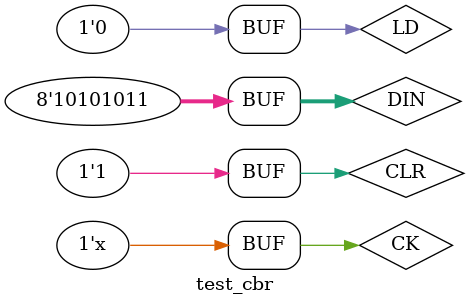
<source format=v>
module test_cbr;

	reg CK, LD, CLR;
	reg [7:0] DIN;
	wire [7:0] Q;
	
	cbr r1 (CK, DIN, Q, LD, CLR);
	
	always
		#3 CK = ~CK;
		
	initial 
		begin
			CK = 0;
			DIN = 8'b10101010;
			#20 DIN = 8'hFF;
			#5 DIN = 8'hAB;
						
		end
	initial 
		begin
			LD = 0;
			CLR = 0;
			#10 LD = 1;
			#5 CLR = 1;
			#12 LD = 0;
			
		end

endmodule

</source>
